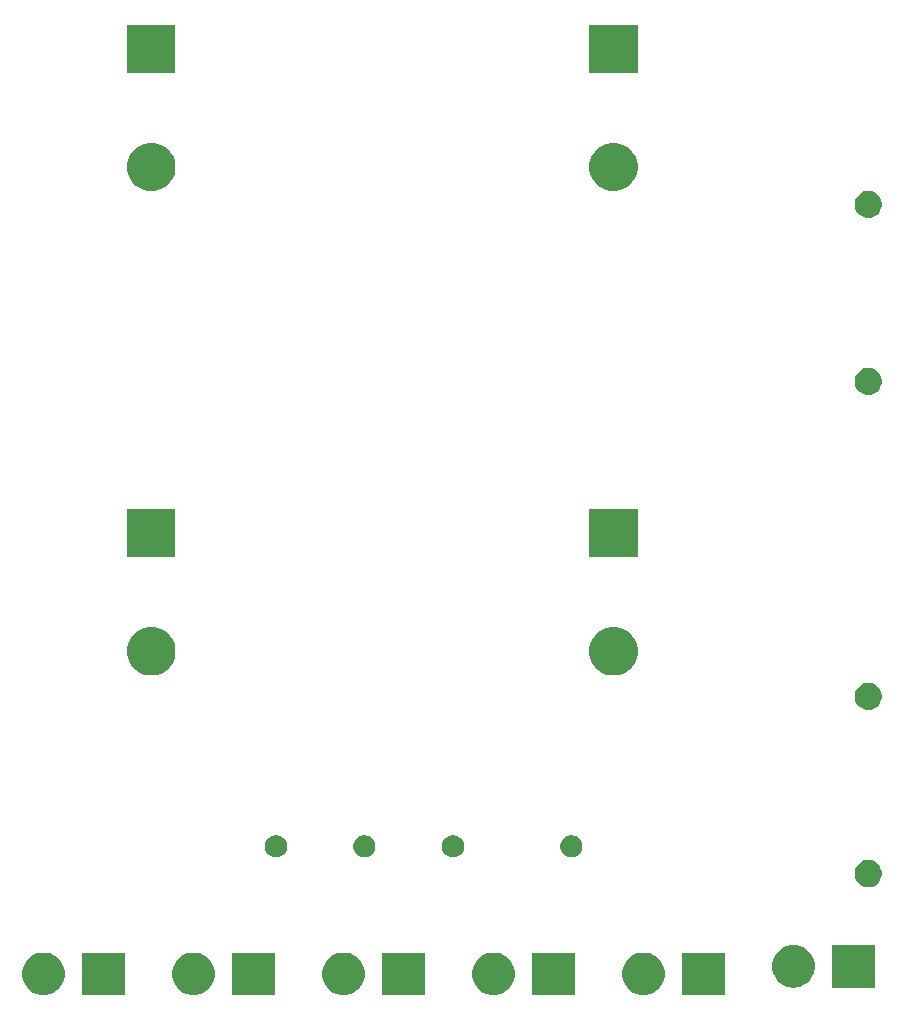
<source format=gbs>
G04 #@! TF.GenerationSoftware,KiCad,Pcbnew,(5.1.6)-1*
G04 #@! TF.CreationDate,2020-08-29T10:58:44-03:00*
G04 #@! TF.ProjectId,fontes2,666f6e74-6573-4322-9e6b-696361645f70,rev?*
G04 #@! TF.SameCoordinates,Original*
G04 #@! TF.FileFunction,Soldermask,Bot*
G04 #@! TF.FilePolarity,Negative*
%FSLAX46Y46*%
G04 Gerber Fmt 4.6, Leading zero omitted, Abs format (unit mm)*
G04 Created by KiCad (PCBNEW (5.1.6)-1) date 2020-08-29 10:58:44*
%MOMM*%
%LPD*%
G01*
G04 APERTURE LIST*
%ADD10C,0.100000*%
G04 APERTURE END LIST*
D10*
G36*
X160551060Y-109116060D02*
G01*
X156948940Y-109116060D01*
X156948940Y-105513940D01*
X160551060Y-105513940D01*
X160551060Y-109116060D01*
G37*
G36*
X141196905Y-105523789D02*
G01*
X141495350Y-105583153D01*
X141823122Y-105718921D01*
X142118109Y-105916025D01*
X142368975Y-106166891D01*
X142566079Y-106461878D01*
X142701847Y-106789650D01*
X142771060Y-107137611D01*
X142771060Y-107492389D01*
X142701847Y-107840350D01*
X142566079Y-108168122D01*
X142368975Y-108463109D01*
X142118109Y-108713975D01*
X141823122Y-108911079D01*
X141495350Y-109046847D01*
X141196905Y-109106211D01*
X141147390Y-109116060D01*
X140792610Y-109116060D01*
X140743095Y-109106211D01*
X140444650Y-109046847D01*
X140116878Y-108911079D01*
X139821891Y-108713975D01*
X139571025Y-108463109D01*
X139373921Y-108168122D01*
X139238153Y-107840350D01*
X139168940Y-107492389D01*
X139168940Y-107137611D01*
X139238153Y-106789650D01*
X139373921Y-106461878D01*
X139571025Y-106166891D01*
X139821891Y-105916025D01*
X140116878Y-105718921D01*
X140444650Y-105583153D01*
X140743095Y-105523789D01*
X140792610Y-105513940D01*
X141147390Y-105513940D01*
X141196905Y-105523789D01*
G37*
G36*
X147851060Y-109116060D02*
G01*
X144248940Y-109116060D01*
X144248940Y-105513940D01*
X147851060Y-105513940D01*
X147851060Y-109116060D01*
G37*
G36*
X153896905Y-105523789D02*
G01*
X154195350Y-105583153D01*
X154523122Y-105718921D01*
X154818109Y-105916025D01*
X155068975Y-106166891D01*
X155266079Y-106461878D01*
X155401847Y-106789650D01*
X155471060Y-107137611D01*
X155471060Y-107492389D01*
X155401847Y-107840350D01*
X155266079Y-108168122D01*
X155068975Y-108463109D01*
X154818109Y-108713975D01*
X154523122Y-108911079D01*
X154195350Y-109046847D01*
X153896905Y-109106211D01*
X153847390Y-109116060D01*
X153492610Y-109116060D01*
X153443095Y-109106211D01*
X153144650Y-109046847D01*
X152816878Y-108911079D01*
X152521891Y-108713975D01*
X152271025Y-108463109D01*
X152073921Y-108168122D01*
X151938153Y-107840350D01*
X151868940Y-107492389D01*
X151868940Y-107137611D01*
X151938153Y-106789650D01*
X152073921Y-106461878D01*
X152271025Y-106166891D01*
X152521891Y-105916025D01*
X152816878Y-105718921D01*
X153144650Y-105583153D01*
X153443095Y-105523789D01*
X153492610Y-105513940D01*
X153847390Y-105513940D01*
X153896905Y-105523789D01*
G37*
G36*
X103096905Y-105523789D02*
G01*
X103395350Y-105583153D01*
X103723122Y-105718921D01*
X104018109Y-105916025D01*
X104268975Y-106166891D01*
X104466079Y-106461878D01*
X104601847Y-106789650D01*
X104671060Y-107137611D01*
X104671060Y-107492389D01*
X104601847Y-107840350D01*
X104466079Y-108168122D01*
X104268975Y-108463109D01*
X104018109Y-108713975D01*
X103723122Y-108911079D01*
X103395350Y-109046847D01*
X103096905Y-109106211D01*
X103047390Y-109116060D01*
X102692610Y-109116060D01*
X102643095Y-109106211D01*
X102344650Y-109046847D01*
X102016878Y-108911079D01*
X101721891Y-108713975D01*
X101471025Y-108463109D01*
X101273921Y-108168122D01*
X101138153Y-107840350D01*
X101068940Y-107492389D01*
X101068940Y-107137611D01*
X101138153Y-106789650D01*
X101273921Y-106461878D01*
X101471025Y-106166891D01*
X101721891Y-105916025D01*
X102016878Y-105718921D01*
X102344650Y-105583153D01*
X102643095Y-105523789D01*
X102692610Y-105513940D01*
X103047390Y-105513940D01*
X103096905Y-105523789D01*
G37*
G36*
X109751060Y-109116060D02*
G01*
X106148940Y-109116060D01*
X106148940Y-105513940D01*
X109751060Y-105513940D01*
X109751060Y-109116060D01*
G37*
G36*
X128496905Y-105523789D02*
G01*
X128795350Y-105583153D01*
X129123122Y-105718921D01*
X129418109Y-105916025D01*
X129668975Y-106166891D01*
X129866079Y-106461878D01*
X130001847Y-106789650D01*
X130071060Y-107137611D01*
X130071060Y-107492389D01*
X130001847Y-107840350D01*
X129866079Y-108168122D01*
X129668975Y-108463109D01*
X129418109Y-108713975D01*
X129123122Y-108911079D01*
X128795350Y-109046847D01*
X128496905Y-109106211D01*
X128447390Y-109116060D01*
X128092610Y-109116060D01*
X128043095Y-109106211D01*
X127744650Y-109046847D01*
X127416878Y-108911079D01*
X127121891Y-108713975D01*
X126871025Y-108463109D01*
X126673921Y-108168122D01*
X126538153Y-107840350D01*
X126468940Y-107492389D01*
X126468940Y-107137611D01*
X126538153Y-106789650D01*
X126673921Y-106461878D01*
X126871025Y-106166891D01*
X127121891Y-105916025D01*
X127416878Y-105718921D01*
X127744650Y-105583153D01*
X128043095Y-105523789D01*
X128092610Y-105513940D01*
X128447390Y-105513940D01*
X128496905Y-105523789D01*
G37*
G36*
X135151060Y-109116060D02*
G01*
X131548940Y-109116060D01*
X131548940Y-105513940D01*
X135151060Y-105513940D01*
X135151060Y-109116060D01*
G37*
G36*
X115796905Y-105523789D02*
G01*
X116095350Y-105583153D01*
X116423122Y-105718921D01*
X116718109Y-105916025D01*
X116968975Y-106166891D01*
X117166079Y-106461878D01*
X117301847Y-106789650D01*
X117371060Y-107137611D01*
X117371060Y-107492389D01*
X117301847Y-107840350D01*
X117166079Y-108168122D01*
X116968975Y-108463109D01*
X116718109Y-108713975D01*
X116423122Y-108911079D01*
X116095350Y-109046847D01*
X115796905Y-109106211D01*
X115747390Y-109116060D01*
X115392610Y-109116060D01*
X115343095Y-109106211D01*
X115044650Y-109046847D01*
X114716878Y-108911079D01*
X114421891Y-108713975D01*
X114171025Y-108463109D01*
X113973921Y-108168122D01*
X113838153Y-107840350D01*
X113768940Y-107492389D01*
X113768940Y-107137611D01*
X113838153Y-106789650D01*
X113973921Y-106461878D01*
X114171025Y-106166891D01*
X114421891Y-105916025D01*
X114716878Y-105718921D01*
X115044650Y-105583153D01*
X115343095Y-105523789D01*
X115392610Y-105513940D01*
X115747390Y-105513940D01*
X115796905Y-105523789D01*
G37*
G36*
X122451060Y-109116060D02*
G01*
X118848940Y-109116060D01*
X118848940Y-105513940D01*
X122451060Y-105513940D01*
X122451060Y-109116060D01*
G37*
G36*
X166596905Y-104888789D02*
G01*
X166895350Y-104948153D01*
X167223122Y-105083921D01*
X167518109Y-105281025D01*
X167768975Y-105531891D01*
X167966079Y-105826878D01*
X168101847Y-106154650D01*
X168171060Y-106502611D01*
X168171060Y-106857389D01*
X168101847Y-107205350D01*
X167966079Y-107533122D01*
X167768975Y-107828109D01*
X167518109Y-108078975D01*
X167223122Y-108276079D01*
X166895350Y-108411847D01*
X166596905Y-108471211D01*
X166547390Y-108481060D01*
X166192610Y-108481060D01*
X166143095Y-108471211D01*
X165844650Y-108411847D01*
X165516878Y-108276079D01*
X165221891Y-108078975D01*
X164971025Y-107828109D01*
X164773921Y-107533122D01*
X164638153Y-107205350D01*
X164568940Y-106857389D01*
X164568940Y-106502611D01*
X164638153Y-106154650D01*
X164773921Y-105826878D01*
X164971025Y-105531891D01*
X165221891Y-105281025D01*
X165516878Y-105083921D01*
X165844650Y-104948153D01*
X166143095Y-104888789D01*
X166192610Y-104878940D01*
X166547390Y-104878940D01*
X166596905Y-104888789D01*
G37*
G36*
X173251060Y-108481060D02*
G01*
X169648940Y-108481060D01*
X169648940Y-104878940D01*
X173251060Y-104878940D01*
X173251060Y-108481060D01*
G37*
G36*
X172944549Y-97691116D02*
G01*
X173055734Y-97713232D01*
X173265203Y-97799997D01*
X173453720Y-97925960D01*
X173614040Y-98086280D01*
X173740003Y-98274797D01*
X173826768Y-98484266D01*
X173871000Y-98706636D01*
X173871000Y-98933364D01*
X173826768Y-99155734D01*
X173740003Y-99365203D01*
X173614040Y-99553720D01*
X173453720Y-99714040D01*
X173265203Y-99840003D01*
X173055734Y-99926768D01*
X172944549Y-99948884D01*
X172833365Y-99971000D01*
X172606635Y-99971000D01*
X172495451Y-99948884D01*
X172384266Y-99926768D01*
X172174797Y-99840003D01*
X171986280Y-99714040D01*
X171825960Y-99553720D01*
X171699997Y-99365203D01*
X171613232Y-99155734D01*
X171569000Y-98933364D01*
X171569000Y-98706636D01*
X171613232Y-98484266D01*
X171699997Y-98274797D01*
X171825960Y-98086280D01*
X171986280Y-97925960D01*
X172174797Y-97799997D01*
X172384266Y-97713232D01*
X172495451Y-97691116D01*
X172606635Y-97669000D01*
X172833365Y-97669000D01*
X172944549Y-97691116D01*
G37*
G36*
X137815187Y-95616123D02*
G01*
X137986255Y-95686982D01*
X137986257Y-95686983D01*
X138063758Y-95738768D01*
X138140214Y-95789854D01*
X138271146Y-95920786D01*
X138374018Y-96074745D01*
X138444877Y-96245813D01*
X138481000Y-96427417D01*
X138481000Y-96612583D01*
X138444877Y-96794187D01*
X138374018Y-96965255D01*
X138374017Y-96965257D01*
X138271145Y-97119215D01*
X138140215Y-97250145D01*
X137986257Y-97353017D01*
X137986256Y-97353018D01*
X137986255Y-97353018D01*
X137815187Y-97423877D01*
X137633583Y-97460000D01*
X137448417Y-97460000D01*
X137266813Y-97423877D01*
X137095745Y-97353018D01*
X137095744Y-97353018D01*
X137095743Y-97353017D01*
X136941785Y-97250145D01*
X136810855Y-97119215D01*
X136707983Y-96965257D01*
X136707982Y-96965255D01*
X136637123Y-96794187D01*
X136601000Y-96612583D01*
X136601000Y-96427417D01*
X136637123Y-96245813D01*
X136707982Y-96074745D01*
X136810854Y-95920786D01*
X136941786Y-95789854D01*
X137018242Y-95738768D01*
X137095743Y-95686983D01*
X137095745Y-95686982D01*
X137266813Y-95616123D01*
X137448417Y-95580000D01*
X137633583Y-95580000D01*
X137815187Y-95616123D01*
G37*
G36*
X122829187Y-95616123D02*
G01*
X123000255Y-95686982D01*
X123000257Y-95686983D01*
X123077758Y-95738768D01*
X123154214Y-95789854D01*
X123285146Y-95920786D01*
X123388018Y-96074745D01*
X123458877Y-96245813D01*
X123495000Y-96427417D01*
X123495000Y-96612583D01*
X123458877Y-96794187D01*
X123388018Y-96965255D01*
X123388017Y-96965257D01*
X123285145Y-97119215D01*
X123154215Y-97250145D01*
X123000257Y-97353017D01*
X123000256Y-97353018D01*
X123000255Y-97353018D01*
X122829187Y-97423877D01*
X122647583Y-97460000D01*
X122462417Y-97460000D01*
X122280813Y-97423877D01*
X122109745Y-97353018D01*
X122109744Y-97353018D01*
X122109743Y-97353017D01*
X121955785Y-97250145D01*
X121824855Y-97119215D01*
X121721983Y-96965257D01*
X121721982Y-96965255D01*
X121651123Y-96794187D01*
X121615000Y-96612583D01*
X121615000Y-96427417D01*
X121651123Y-96245813D01*
X121721982Y-96074745D01*
X121824854Y-95920786D01*
X121955786Y-95789854D01*
X122032242Y-95738768D01*
X122109743Y-95686983D01*
X122109745Y-95686982D01*
X122280813Y-95616123D01*
X122462417Y-95580000D01*
X122647583Y-95580000D01*
X122829187Y-95616123D01*
G37*
G36*
X130322187Y-95616123D02*
G01*
X130493255Y-95686982D01*
X130493257Y-95686983D01*
X130570758Y-95738768D01*
X130647214Y-95789854D01*
X130778146Y-95920786D01*
X130881018Y-96074745D01*
X130951877Y-96245813D01*
X130988000Y-96427417D01*
X130988000Y-96612583D01*
X130951877Y-96794187D01*
X130881018Y-96965255D01*
X130881017Y-96965257D01*
X130778145Y-97119215D01*
X130647215Y-97250145D01*
X130493257Y-97353017D01*
X130493256Y-97353018D01*
X130493255Y-97353018D01*
X130322187Y-97423877D01*
X130140583Y-97460000D01*
X129955417Y-97460000D01*
X129773813Y-97423877D01*
X129602745Y-97353018D01*
X129602744Y-97353018D01*
X129602743Y-97353017D01*
X129448785Y-97250145D01*
X129317855Y-97119215D01*
X129214983Y-96965257D01*
X129214982Y-96965255D01*
X129144123Y-96794187D01*
X129108000Y-96612583D01*
X129108000Y-96427417D01*
X129144123Y-96245813D01*
X129214982Y-96074745D01*
X129317854Y-95920786D01*
X129448786Y-95789854D01*
X129525242Y-95738768D01*
X129602743Y-95686983D01*
X129602745Y-95686982D01*
X129773813Y-95616123D01*
X129955417Y-95580000D01*
X130140583Y-95580000D01*
X130322187Y-95616123D01*
G37*
G36*
X147848187Y-95616123D02*
G01*
X148019255Y-95686982D01*
X148019257Y-95686983D01*
X148096758Y-95738768D01*
X148173214Y-95789854D01*
X148304146Y-95920786D01*
X148407018Y-96074745D01*
X148477877Y-96245813D01*
X148514000Y-96427417D01*
X148514000Y-96612583D01*
X148477877Y-96794187D01*
X148407018Y-96965255D01*
X148407017Y-96965257D01*
X148304145Y-97119215D01*
X148173215Y-97250145D01*
X148019257Y-97353017D01*
X148019256Y-97353018D01*
X148019255Y-97353018D01*
X147848187Y-97423877D01*
X147666583Y-97460000D01*
X147481417Y-97460000D01*
X147299813Y-97423877D01*
X147128745Y-97353018D01*
X147128744Y-97353018D01*
X147128743Y-97353017D01*
X146974785Y-97250145D01*
X146843855Y-97119215D01*
X146740983Y-96965257D01*
X146740982Y-96965255D01*
X146670123Y-96794187D01*
X146634000Y-96612583D01*
X146634000Y-96427417D01*
X146670123Y-96245813D01*
X146740982Y-96074745D01*
X146843854Y-95920786D01*
X146974786Y-95789854D01*
X147051242Y-95738768D01*
X147128743Y-95686983D01*
X147128745Y-95686982D01*
X147299813Y-95616123D01*
X147481417Y-95580000D01*
X147666583Y-95580000D01*
X147848187Y-95616123D01*
G37*
G36*
X172944549Y-82691116D02*
G01*
X173055734Y-82713232D01*
X173265203Y-82799997D01*
X173453720Y-82925960D01*
X173614040Y-83086280D01*
X173740003Y-83274797D01*
X173826768Y-83484266D01*
X173871000Y-83706636D01*
X173871000Y-83933364D01*
X173826768Y-84155734D01*
X173740003Y-84365203D01*
X173614040Y-84553720D01*
X173453720Y-84714040D01*
X173265203Y-84840003D01*
X173055734Y-84926768D01*
X172944549Y-84948884D01*
X172833365Y-84971000D01*
X172606635Y-84971000D01*
X172495451Y-84948884D01*
X172384266Y-84926768D01*
X172174797Y-84840003D01*
X171986280Y-84714040D01*
X171825960Y-84553720D01*
X171699997Y-84365203D01*
X171613232Y-84155734D01*
X171569000Y-83933364D01*
X171569000Y-83706636D01*
X171613232Y-83484266D01*
X171699997Y-83274797D01*
X171825960Y-83086280D01*
X171986280Y-82925960D01*
X172174797Y-82799997D01*
X172384266Y-82713232D01*
X172495451Y-82691116D01*
X172606635Y-82669000D01*
X172833365Y-82669000D01*
X172944549Y-82691116D01*
G37*
G36*
X112598254Y-78027818D02*
G01*
X112971511Y-78182426D01*
X112971513Y-78182427D01*
X113307436Y-78406884D01*
X113593116Y-78692564D01*
X113817574Y-79028489D01*
X113972182Y-79401746D01*
X114051000Y-79797993D01*
X114051000Y-80202007D01*
X113972182Y-80598254D01*
X113817574Y-80971511D01*
X113817573Y-80971513D01*
X113593116Y-81307436D01*
X113307436Y-81593116D01*
X112971513Y-81817573D01*
X112971512Y-81817574D01*
X112971511Y-81817574D01*
X112598254Y-81972182D01*
X112202007Y-82051000D01*
X111797993Y-82051000D01*
X111401746Y-81972182D01*
X111028489Y-81817574D01*
X111028488Y-81817574D01*
X111028487Y-81817573D01*
X110692564Y-81593116D01*
X110406884Y-81307436D01*
X110182427Y-80971513D01*
X110182426Y-80971511D01*
X110027818Y-80598254D01*
X109949000Y-80202007D01*
X109949000Y-79797993D01*
X110027818Y-79401746D01*
X110182426Y-79028489D01*
X110406884Y-78692564D01*
X110692564Y-78406884D01*
X111028487Y-78182427D01*
X111028489Y-78182426D01*
X111401746Y-78027818D01*
X111797993Y-77949000D01*
X112202007Y-77949000D01*
X112598254Y-78027818D01*
G37*
G36*
X151728254Y-78027818D02*
G01*
X152101511Y-78182426D01*
X152101513Y-78182427D01*
X152437436Y-78406884D01*
X152723116Y-78692564D01*
X152947574Y-79028489D01*
X153102182Y-79401746D01*
X153181000Y-79797993D01*
X153181000Y-80202007D01*
X153102182Y-80598254D01*
X152947574Y-80971511D01*
X152947573Y-80971513D01*
X152723116Y-81307436D01*
X152437436Y-81593116D01*
X152101513Y-81817573D01*
X152101512Y-81817574D01*
X152101511Y-81817574D01*
X151728254Y-81972182D01*
X151332007Y-82051000D01*
X150927993Y-82051000D01*
X150531746Y-81972182D01*
X150158489Y-81817574D01*
X150158488Y-81817574D01*
X150158487Y-81817573D01*
X149822564Y-81593116D01*
X149536884Y-81307436D01*
X149312427Y-80971513D01*
X149312426Y-80971511D01*
X149157818Y-80598254D01*
X149079000Y-80202007D01*
X149079000Y-79797993D01*
X149157818Y-79401746D01*
X149312426Y-79028489D01*
X149536884Y-78692564D01*
X149822564Y-78406884D01*
X150158487Y-78182427D01*
X150158489Y-78182426D01*
X150531746Y-78027818D01*
X150927993Y-77949000D01*
X151332007Y-77949000D01*
X151728254Y-78027818D01*
G37*
G36*
X153181000Y-72051000D02*
G01*
X149079000Y-72051000D01*
X149079000Y-67949000D01*
X153181000Y-67949000D01*
X153181000Y-72051000D01*
G37*
G36*
X114051000Y-72051000D02*
G01*
X109949000Y-72051000D01*
X109949000Y-67949000D01*
X114051000Y-67949000D01*
X114051000Y-72051000D01*
G37*
G36*
X172944549Y-56021116D02*
G01*
X173055734Y-56043232D01*
X173265203Y-56129997D01*
X173453720Y-56255960D01*
X173614040Y-56416280D01*
X173740003Y-56604797D01*
X173826768Y-56814266D01*
X173871000Y-57036636D01*
X173871000Y-57263364D01*
X173826768Y-57485734D01*
X173740003Y-57695203D01*
X173614040Y-57883720D01*
X173453720Y-58044040D01*
X173265203Y-58170003D01*
X173055734Y-58256768D01*
X172944549Y-58278884D01*
X172833365Y-58301000D01*
X172606635Y-58301000D01*
X172495451Y-58278884D01*
X172384266Y-58256768D01*
X172174797Y-58170003D01*
X171986280Y-58044040D01*
X171825960Y-57883720D01*
X171699997Y-57695203D01*
X171613232Y-57485734D01*
X171569000Y-57263364D01*
X171569000Y-57036636D01*
X171613232Y-56814266D01*
X171699997Y-56604797D01*
X171825960Y-56416280D01*
X171986280Y-56255960D01*
X172174797Y-56129997D01*
X172384266Y-56043232D01*
X172495451Y-56021116D01*
X172606635Y-55999000D01*
X172833365Y-55999000D01*
X172944549Y-56021116D01*
G37*
G36*
X172944549Y-41021116D02*
G01*
X173055734Y-41043232D01*
X173265203Y-41129997D01*
X173453720Y-41255960D01*
X173614040Y-41416280D01*
X173740003Y-41604797D01*
X173826768Y-41814266D01*
X173871000Y-42036636D01*
X173871000Y-42263364D01*
X173826768Y-42485734D01*
X173740003Y-42695203D01*
X173614040Y-42883720D01*
X173453720Y-43044040D01*
X173265203Y-43170003D01*
X173055734Y-43256768D01*
X172944549Y-43278884D01*
X172833365Y-43301000D01*
X172606635Y-43301000D01*
X172495451Y-43278884D01*
X172384266Y-43256768D01*
X172174797Y-43170003D01*
X171986280Y-43044040D01*
X171825960Y-42883720D01*
X171699997Y-42695203D01*
X171613232Y-42485734D01*
X171569000Y-42263364D01*
X171569000Y-42036636D01*
X171613232Y-41814266D01*
X171699997Y-41604797D01*
X171825960Y-41416280D01*
X171986280Y-41255960D01*
X172174797Y-41129997D01*
X172384266Y-41043232D01*
X172495451Y-41021116D01*
X172606635Y-40999000D01*
X172833365Y-40999000D01*
X172944549Y-41021116D01*
G37*
G36*
X151728254Y-37027818D02*
G01*
X152101511Y-37182426D01*
X152101513Y-37182427D01*
X152437436Y-37406884D01*
X152723116Y-37692564D01*
X152947574Y-38028489D01*
X153102182Y-38401746D01*
X153181000Y-38797993D01*
X153181000Y-39202007D01*
X153102182Y-39598254D01*
X152947574Y-39971511D01*
X152947573Y-39971513D01*
X152723116Y-40307436D01*
X152437436Y-40593116D01*
X152101513Y-40817573D01*
X152101512Y-40817574D01*
X152101511Y-40817574D01*
X151728254Y-40972182D01*
X151332007Y-41051000D01*
X150927993Y-41051000D01*
X150531746Y-40972182D01*
X150158489Y-40817574D01*
X150158488Y-40817574D01*
X150158487Y-40817573D01*
X149822564Y-40593116D01*
X149536884Y-40307436D01*
X149312427Y-39971513D01*
X149312426Y-39971511D01*
X149157818Y-39598254D01*
X149079000Y-39202007D01*
X149079000Y-38797993D01*
X149157818Y-38401746D01*
X149312426Y-38028489D01*
X149536884Y-37692564D01*
X149822564Y-37406884D01*
X150158487Y-37182427D01*
X150158489Y-37182426D01*
X150531746Y-37027818D01*
X150927993Y-36949000D01*
X151332007Y-36949000D01*
X151728254Y-37027818D01*
G37*
G36*
X112598254Y-37027818D02*
G01*
X112971511Y-37182426D01*
X112971513Y-37182427D01*
X113307436Y-37406884D01*
X113593116Y-37692564D01*
X113817574Y-38028489D01*
X113972182Y-38401746D01*
X114051000Y-38797993D01*
X114051000Y-39202007D01*
X113972182Y-39598254D01*
X113817574Y-39971511D01*
X113817573Y-39971513D01*
X113593116Y-40307436D01*
X113307436Y-40593116D01*
X112971513Y-40817573D01*
X112971512Y-40817574D01*
X112971511Y-40817574D01*
X112598254Y-40972182D01*
X112202007Y-41051000D01*
X111797993Y-41051000D01*
X111401746Y-40972182D01*
X111028489Y-40817574D01*
X111028488Y-40817574D01*
X111028487Y-40817573D01*
X110692564Y-40593116D01*
X110406884Y-40307436D01*
X110182427Y-39971513D01*
X110182426Y-39971511D01*
X110027818Y-39598254D01*
X109949000Y-39202007D01*
X109949000Y-38797993D01*
X110027818Y-38401746D01*
X110182426Y-38028489D01*
X110406884Y-37692564D01*
X110692564Y-37406884D01*
X111028487Y-37182427D01*
X111028489Y-37182426D01*
X111401746Y-37027818D01*
X111797993Y-36949000D01*
X112202007Y-36949000D01*
X112598254Y-37027818D01*
G37*
G36*
X114051000Y-31051000D02*
G01*
X109949000Y-31051000D01*
X109949000Y-26949000D01*
X114051000Y-26949000D01*
X114051000Y-31051000D01*
G37*
G36*
X153181000Y-31051000D02*
G01*
X149079000Y-31051000D01*
X149079000Y-26949000D01*
X153181000Y-26949000D01*
X153181000Y-31051000D01*
G37*
M02*

</source>
